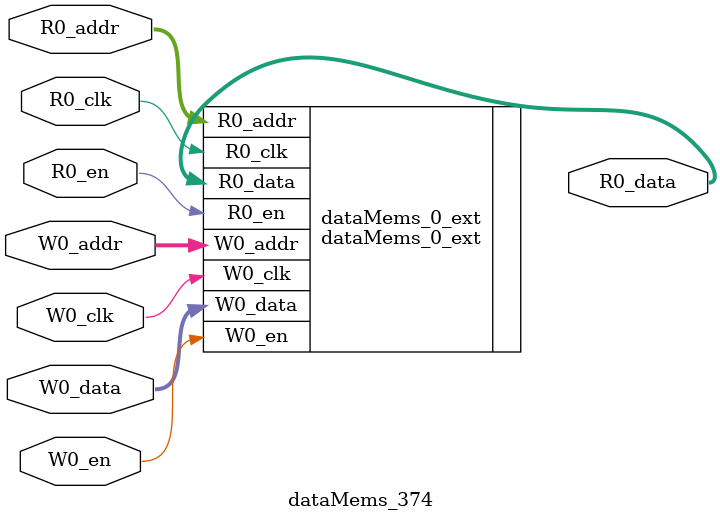
<source format=sv>
`ifndef RANDOMIZE
  `ifdef RANDOMIZE_REG_INIT
    `define RANDOMIZE
  `endif // RANDOMIZE_REG_INIT
`endif // not def RANDOMIZE
`ifndef RANDOMIZE
  `ifdef RANDOMIZE_MEM_INIT
    `define RANDOMIZE
  `endif // RANDOMIZE_MEM_INIT
`endif // not def RANDOMIZE

`ifndef RANDOM
  `define RANDOM $random
`endif // not def RANDOM

// Users can define 'PRINTF_COND' to add an extra gate to prints.
`ifndef PRINTF_COND_
  `ifdef PRINTF_COND
    `define PRINTF_COND_ (`PRINTF_COND)
  `else  // PRINTF_COND
    `define PRINTF_COND_ 1
  `endif // PRINTF_COND
`endif // not def PRINTF_COND_

// Users can define 'ASSERT_VERBOSE_COND' to add an extra gate to assert error printing.
`ifndef ASSERT_VERBOSE_COND_
  `ifdef ASSERT_VERBOSE_COND
    `define ASSERT_VERBOSE_COND_ (`ASSERT_VERBOSE_COND)
  `else  // ASSERT_VERBOSE_COND
    `define ASSERT_VERBOSE_COND_ 1
  `endif // ASSERT_VERBOSE_COND
`endif // not def ASSERT_VERBOSE_COND_

// Users can define 'STOP_COND' to add an extra gate to stop conditions.
`ifndef STOP_COND_
  `ifdef STOP_COND
    `define STOP_COND_ (`STOP_COND)
  `else  // STOP_COND
    `define STOP_COND_ 1
  `endif // STOP_COND
`endif // not def STOP_COND_

// Users can define INIT_RANDOM as general code that gets injected into the
// initializer block for modules with registers.
`ifndef INIT_RANDOM
  `define INIT_RANDOM
`endif // not def INIT_RANDOM

// If using random initialization, you can also define RANDOMIZE_DELAY to
// customize the delay used, otherwise 0.002 is used.
`ifndef RANDOMIZE_DELAY
  `define RANDOMIZE_DELAY 0.002
`endif // not def RANDOMIZE_DELAY

// Define INIT_RANDOM_PROLOG_ for use in our modules below.
`ifndef INIT_RANDOM_PROLOG_
  `ifdef RANDOMIZE
    `ifdef VERILATOR
      `define INIT_RANDOM_PROLOG_ `INIT_RANDOM
    `else  // VERILATOR
      `define INIT_RANDOM_PROLOG_ `INIT_RANDOM #`RANDOMIZE_DELAY begin end
    `endif // VERILATOR
  `else  // RANDOMIZE
    `define INIT_RANDOM_PROLOG_
  `endif // RANDOMIZE
`endif // not def INIT_RANDOM_PROLOG_

// Include register initializers in init blocks unless synthesis is set
`ifndef SYNTHESIS
  `ifndef ENABLE_INITIAL_REG_
    `define ENABLE_INITIAL_REG_
  `endif // not def ENABLE_INITIAL_REG_
`endif // not def SYNTHESIS

// Include rmemory initializers in init blocks unless synthesis is set
`ifndef SYNTHESIS
  `ifndef ENABLE_INITIAL_MEM_
    `define ENABLE_INITIAL_MEM_
  `endif // not def ENABLE_INITIAL_MEM_
`endif // not def SYNTHESIS

module dataMems_374(	// @[generators/ara/src/main/scala/UnsafeAXI4ToTL.scala:365:62]
  input  [4:0]  R0_addr,
  input         R0_en,
  input         R0_clk,
  output [66:0] R0_data,
  input  [4:0]  W0_addr,
  input         W0_en,
  input         W0_clk,
  input  [66:0] W0_data
);

  dataMems_0_ext dataMems_0_ext (	// @[generators/ara/src/main/scala/UnsafeAXI4ToTL.scala:365:62]
    .R0_addr (R0_addr),
    .R0_en   (R0_en),
    .R0_clk  (R0_clk),
    .R0_data (R0_data),
    .W0_addr (W0_addr),
    .W0_en   (W0_en),
    .W0_clk  (W0_clk),
    .W0_data (W0_data)
  );
endmodule


</source>
